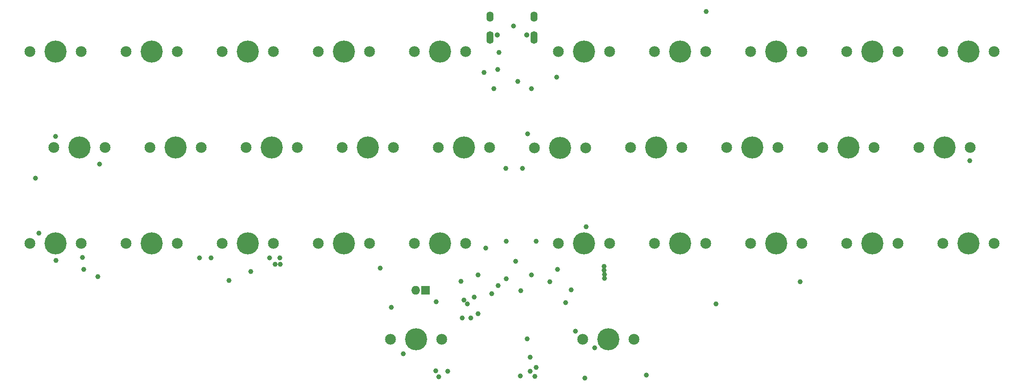
<source format=gbs>
G04 #@! TF.GenerationSoftware,KiCad,Pcbnew,(5.1.4)-1*
G04 #@! TF.CreationDate,2021-03-13T03:50:06-06:00*
G04 #@! TF.ProjectId,Treadstone32,54726561-6473-4746-9f6e-6533322e6b69,1.1*
G04 #@! TF.SameCoordinates,Original*
G04 #@! TF.FileFunction,Soldermask,Bot*
G04 #@! TF.FilePolarity,Negative*
%FSLAX46Y46*%
G04 Gerber Fmt 4.6, Leading zero omitted, Abs format (unit mm)*
G04 Created by KiCad (PCBNEW (5.1.4)-1) date 2021-03-13 03:50:06*
%MOMM*%
%LPD*%
G04 APERTURE LIST*
%ADD10C,2.150000*%
%ADD11C,4.387800*%
%ADD12O,1.400000X2.000000*%
%ADD13O,1.400000X2.500000*%
%ADD14C,1.050000*%
%ADD15O,1.750000X1.750000*%
%ADD16R,1.750000X1.750000*%
%ADD17C,1.000000*%
G04 APERTURE END LIST*
D10*
X162137500Y-105303280D03*
X172297500Y-105303280D03*
D11*
X167217500Y-105303280D03*
D10*
X209763700Y-67202320D03*
X219923700Y-67202320D03*
D11*
X214843700Y-67202320D03*
D10*
X285965620Y-105303280D03*
X296125620Y-105303280D03*
D11*
X291045620Y-105303280D03*
D10*
X214526320Y-124353760D03*
X224686320Y-124353760D03*
D11*
X219606320Y-124353760D03*
D10*
X176425360Y-124353760D03*
X186585360Y-124353760D03*
D11*
X181505360Y-124353760D03*
D10*
X266915140Y-105303280D03*
X277075140Y-105303280D03*
D11*
X271995140Y-105303280D03*
D10*
X247864660Y-105303280D03*
X258024660Y-105303280D03*
D11*
X252944660Y-105303280D03*
D10*
X228814180Y-105303280D03*
X238974180Y-105303280D03*
D11*
X233894180Y-105303280D03*
D10*
X209763700Y-105303280D03*
X219923700Y-105303280D03*
D11*
X214843700Y-105303280D03*
D10*
X181187980Y-105303280D03*
X191347980Y-105303280D03*
D11*
X186267980Y-105303280D03*
D10*
X143087020Y-105303280D03*
X153247020Y-105303280D03*
D11*
X148167020Y-105303280D03*
D10*
X124036540Y-105303280D03*
X134196540Y-105303280D03*
D11*
X129116540Y-105303280D03*
D10*
X104986060Y-105303280D03*
X115146060Y-105303280D03*
D11*
X110066060Y-105303280D03*
D10*
X281203000Y-86252800D03*
X291363000Y-86252800D03*
D11*
X286283000Y-86252800D03*
D10*
X262152520Y-86252800D03*
X272312520Y-86252800D03*
D11*
X267232520Y-86252800D03*
D10*
X243102040Y-86252800D03*
X253262040Y-86252800D03*
D11*
X248182040Y-86252800D03*
D10*
X224051560Y-86252800D03*
X234211560Y-86252800D03*
D11*
X229131560Y-86252800D03*
D10*
X205001080Y-86382911D03*
X215161080Y-86382911D03*
D11*
X210081080Y-86382911D03*
D10*
X185950600Y-86252800D03*
X196110600Y-86252800D03*
D11*
X191030600Y-86252800D03*
D10*
X166900120Y-86252800D03*
X177060120Y-86252800D03*
D11*
X171980120Y-86252800D03*
D10*
X147849640Y-86252800D03*
X158009640Y-86252800D03*
D11*
X152929640Y-86252800D03*
D10*
X128799160Y-86252800D03*
X138959160Y-86252800D03*
D11*
X133879160Y-86252800D03*
D10*
X109748680Y-86252800D03*
X119908680Y-86252800D03*
D11*
X114828680Y-86252800D03*
D10*
X285965620Y-67202320D03*
X296125620Y-67202320D03*
D11*
X291045620Y-67202320D03*
D10*
X266915140Y-67202320D03*
X277075140Y-67202320D03*
D11*
X271995140Y-67202320D03*
D10*
X247864660Y-67202320D03*
X258024660Y-67202320D03*
D11*
X252944660Y-67202320D03*
D10*
X228814180Y-67202320D03*
X238974180Y-67202320D03*
D11*
X233894180Y-67202320D03*
D10*
X181187980Y-67202320D03*
X191347980Y-67202320D03*
D11*
X186267980Y-67202320D03*
D10*
X162137500Y-67202320D03*
X172297500Y-67202320D03*
D11*
X167217500Y-67202320D03*
D10*
X143087020Y-67202320D03*
X153247020Y-67202320D03*
D11*
X148167020Y-67202320D03*
D10*
X124036540Y-67202320D03*
X134196540Y-67202320D03*
D11*
X129116540Y-67202320D03*
D10*
X104986060Y-67202320D03*
X115146060Y-67202320D03*
D11*
X110066060Y-67202320D03*
D12*
X196229860Y-60279000D03*
X204869860Y-60279000D03*
D13*
X196229860Y-64459000D03*
X204869860Y-64459000D03*
D14*
X203439860Y-63929000D03*
X197659860Y-63929000D03*
D15*
X181439860Y-114629000D03*
D16*
X183439860Y-114629000D03*
D17*
X212239860Y-114579000D03*
X213139860Y-122779000D03*
X201239860Y-108879000D03*
X202311496Y-114750636D03*
X193839860Y-111579000D03*
X191039860Y-116579000D03*
X215239860Y-101979000D03*
X216939860Y-126079000D03*
X195339860Y-106279000D03*
X203639860Y-83579000D03*
X238989860Y-59279000D03*
X200839860Y-62129000D03*
X193789860Y-119329000D03*
X201689860Y-73129000D03*
X204439860Y-74629000D03*
X196939860Y-74629000D03*
X115398860Y-108098000D03*
X291293860Y-88921000D03*
X257638860Y-112924000D03*
X106127860Y-92350000D03*
X214966860Y-132101000D03*
X144481860Y-112670000D03*
X186010860Y-131847000D03*
X176612860Y-118004000D03*
X227158860Y-131466000D03*
X241001860Y-117369000D03*
X118446860Y-111908000D03*
X110064860Y-84095000D03*
X106762860Y-103272000D03*
X208061244Y-112900384D03*
X195027860Y-71379000D03*
X209366081Y-72305221D03*
X199345860Y-90445000D03*
X202647860Y-90379000D03*
X199439860Y-104879000D03*
X205339860Y-104879000D03*
X115652860Y-110511000D03*
X153625860Y-109495000D03*
X154641860Y-109495000D03*
X197839860Y-113679000D03*
X203539860Y-124279000D03*
X174453860Y-110257000D03*
X190439860Y-112879000D03*
X199439860Y-112379000D03*
X191689860Y-117379000D03*
X211189860Y-117129000D03*
X204439860Y-111629000D03*
X193064860Y-116004000D03*
X196546393Y-115272467D03*
X110191860Y-108733000D03*
X204171543Y-127969268D03*
X204171860Y-130704000D03*
X205366703Y-129986101D03*
X148799860Y-110892000D03*
X179025868Y-127275000D03*
X197998566Y-67431183D03*
X197689860Y-70754000D03*
X209569302Y-110508442D03*
X218773864Y-109879000D03*
X218817863Y-110679003D03*
X218855866Y-111479006D03*
X218913851Y-112279009D03*
X118827860Y-89556000D03*
X185502860Y-116878999D03*
X190709860Y-120163000D03*
X192360860Y-120163000D03*
X138639860Y-108225000D03*
X140925864Y-108225000D03*
X152482864Y-108225000D03*
X154514854Y-108225000D03*
X185411052Y-130668808D03*
X187788860Y-130704000D03*
X202223102Y-131652649D03*
X205060860Y-131720000D03*
M02*

</source>
